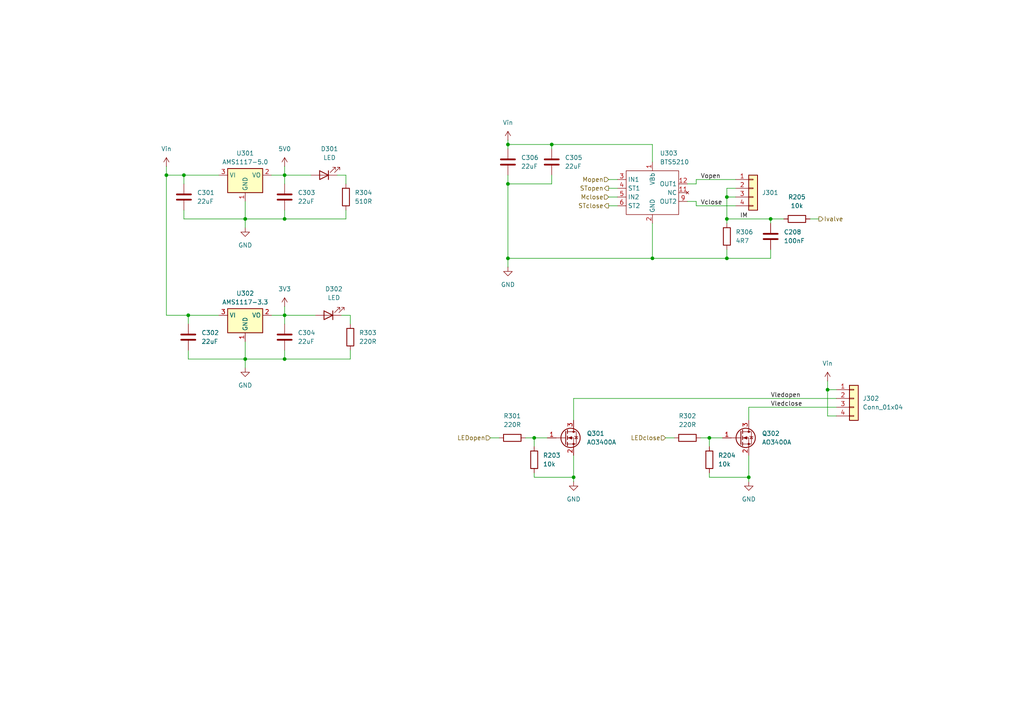
<source format=kicad_sch>
(kicad_sch (version 20250114) (generator "eeschema") (generator_version "9.0")
  (paper "A4")
  (lib_symbols
    (symbol "Connector_Generic:Conn_01x04" (pin_names (offset 1.016) (hide yes))
      (property "Reference" "J" (at 0 5.08 0))
      (property "Value" "Conn_01x04" (at 0 -7.62 0))
      (symbol "Conn_01x04_1_1"
        (rectangle (start -1.27 3.81) (end 1.27 -6.35) (stroke (width 0.254)) (fill (type background)))
        (rectangle (start -1.27 2.667) (end 0 2.413) (stroke (width 0.1524)))
        (rectangle (start -1.27 0.127) (end 0 -0.127) (stroke (width 0.1524)))
        (rectangle (start -1.27 -2.413) (end 0 -2.667) (stroke (width 0.1524)))
        (rectangle (start -1.27 -4.953) (end 0 -5.207) (stroke (width 0.1524)))
        (pin passive line (at -5.08 2.54 0) (length 3.81) (name "Pin_1") (number "1"))
        (pin passive line (at -5.08 0 0) (length 3.81) (name "Pin_2") (number "2"))
        (pin passive line (at -5.08 -2.54 0) (length 3.81) (name "Pin_3") (number "3"))
        (pin passive line (at -5.08 -5.08 0) (length 3.81) (name "Pin_4") (number "4"))
      )
    )
    (symbol "Device:C" (pin_numbers (hide yes)) (pin_names (offset 0.254))
      (property "Reference" "C" (at 0.635 2.54 0))
      (property "Value" "C" (at 0.635 -2.54 0))
      (symbol "C_0_1"
        (polyline (pts (xy -2.032 0.762) (xy 2.032 0.762)) (stroke (width 0.508)))
        (polyline (pts (xy -2.032 -0.762) (xy 2.032 -0.762)) (stroke (width 0.508)))
      )
      (symbol "C_1_1"
        (pin passive line (at 0 3.81 270) (length 2.794) (name "~") (number "1"))
        (pin passive line (at 0 -3.81 90) (length 2.794) (name "~") (number "2"))
      )
    )
    (symbol "Device:LED" (pin_numbers (hide yes)) (pin_names (offset 1.016) (hide yes))
      (property "Reference" "D" (at 0 2.54 0))
      (property "Value" "LED" (at 0 -2.54 0))
      (symbol "LED_0_1"
        (polyline (pts (xy -3.048 -0.762) (xy -4.572 -2.286) (xy -3.81 -2.286) (xy -4.572 -2.286) (xy -4.572 -1.524)))
        (polyline (pts (xy -1.778 -0.762) (xy -3.302 -2.286) (xy -2.54 -2.286) (xy -3.302 -2.286) (xy -3.302 -1.524)))
        (polyline (pts (xy -1.27 0) (xy 1.27 0)))
        (polyline (pts (xy -1.27 -1.27) (xy -1.27 1.27)) (stroke (width 0.254)))
        (polyline (pts (xy 1.27 -1.27) (xy 1.27 1.27) (xy -1.27 0) (xy 1.27 -1.27)) (stroke (width 0.254)))
      )
      (symbol "LED_1_1"
        (pin passive line (at -3.81 0 0) (length 2.54) (name "K") (number "1"))
        (pin passive line (at 3.81 0 180) (length 2.54) (name "A") (number "2"))
      )
    )
    (symbol "Device:R" (pin_numbers (hide yes)) (pin_names (offset 0))
      (property "Reference" "R" (at 2.032 0 90))
      (property "Value" "R" (at 0 0 90))
      (symbol "R_0_1"
        (rectangle (start -1.016 -2.54) (end 1.016 2.54) (stroke (width 0.254)))
      )
      (symbol "R_1_1"
        (pin passive line (at 0 3.81 270) (length 1.27) (name "~") (number "1"))
        (pin passive line (at 0 -3.81 90) (length 1.27) (name "~") (number "2"))
      )
    )
    (symbol "Project:BTS5210"
      (property "Reference" "U" (at 1.27 7.62 0))
      (property "Value" "BTS5210" (at 0 0 0))
      (symbol "BTS5210_0_1"
        (rectangle (start -7.62 6.35) (end 7.62 -6.35))
      )
      (symbol "BTS5210_1_1"
        (pin input line (at -10.16 3.81 0) (length 2.54) (name "IN1") (number "3"))
        (pin output line (at -10.16 1.27 0) (length 2.54) (name "ST1") (number "4"))
        (pin input line (at -10.16 -1.27 0) (length 2.54) (name "IN2") (number "5"))
        (pin output line (at -10.16 -3.81 0) (length 2.54) (name "ST2") (number "6"))
        (pin power_in line (at 0 8.89 270) (length 2.54) (name "VBb") (number "1"))
        (pin power_in line (at 0 8.89 270) (length 2.54) (hide yes) (name "VBb") (number "14"))
        (pin power_in line (at 0 8.89 270) (length 2.54) (hide yes) (name "VBb") (number "7"))
        (pin power_in line (at 0 8.89 270) (length 2.54) (hide yes) (name "VBb") (number "8"))
        (pin power_in line (at 0 -8.89 90) (length 2.54) (name "GND") (number "2"))
        (pin power_out line (at 10.16 2.54 180) (length 2.54) (name "OUT1") (number "12"))
        (pin power_out line (at 10.16 2.54 180) (length 2.54) (hide yes) (name "OUT1") (number "13"))
        (pin no_connect line (at 10.16 0 180) (length 2.54) (name "NC") (number "11"))
        (pin power_out line (at 10.16 -2.54 180) (length 2.54) (hide yes) (name "OUT2") (number "10"))
        (pin power_out line (at 10.16 -2.54 180) (length 2.54) (name "OUT2") (number "9"))
      )
    )
    (symbol "Regulator_Linear:AMS1117-3.3"
      (property "Reference" "U" (at -3.81 3.175 0))
      (property "Value" "AMS1117-3.3" (at 0 3.175 0))
      (symbol "AMS1117-3.3_0_1"
        (rectangle (start -5.08 -5.08) (end 5.08 1.905) (stroke (width 0.254)) (fill (type background)))
      )
      (symbol "AMS1117-3.3_1_1"
        (pin power_in line (at -7.62 0 0) (length 2.54) (name "VI") (number "3"))
        (pin power_in line (at 0 -7.62 90) (length 2.54) (name "GND") (number "1"))
        (pin power_out line (at 7.62 0 180) (length 2.54) (name "VO") (number "2"))
      )
    )
    (symbol "Regulator_Linear:AMS1117-5.0"
      (property "Reference" "U" (at -3.81 3.175 0))
      (property "Value" "AMS1117-5.0" (at 0 3.175 0))
      (symbol "AMS1117-5.0_0_1"
        (rectangle (start -5.08 -5.08) (end 5.08 1.905) (stroke (width 0.254)) (fill (type background)))
      )
      (symbol "AMS1117-5.0_1_1"
        (pin power_in line (at -7.62 0 0) (length 2.54) (name "VI") (number "3"))
        (pin power_in line (at 0 -7.62 90) (length 2.54) (name "GND") (number "1"))
        (pin power_out line (at 7.62 0 180) (length 2.54) (name "VO") (number "2"))
      )
    )
    (symbol "Transistor_FET:AO3400A" (pin_names (hide yes))
      (property "Reference" "Q" (at 5.08 1.905 0))
      (property "Value" "AO3400A" (at 5.08 0 0))
      (symbol "AO3400A_0_1"
        (polyline (pts (xy 0.254 1.905) (xy 0.254 -1.905)) (stroke (width 0.254)))
        (polyline (pts (xy 0.254 0) (xy -2.54 0)))
        (polyline (pts (xy 0.762 2.286) (xy 0.762 1.27)) (stroke (width 0.254)))
        (polyline (pts (xy 0.762 0.508) (xy 0.762 -0.508)) (stroke (width 0.254)))
        (polyline (pts (xy 0.762 -1.27) (xy 0.762 -2.286)) (stroke (width 0.254)))
        (polyline (pts (xy 0.762 -1.778) (xy 3.302 -1.778) (xy 3.302 1.778) (xy 0.762 1.778)))
        (polyline (pts (xy 1.016 0) (xy 2.032 0.381) (xy 2.032 -0.381) (xy 1.016 0)) (fill (type outline)))
        (circle (center 1.651 0) (radius 2.794) (stroke (width 0.254)))
        (polyline (pts (xy 2.54 2.54) (xy 2.54 1.778)))
        (circle (center 2.54 1.778) (radius 0.254) (fill (type outline)))
        (circle (center 2.54 -1.778) (radius 0.254) (fill (type outline)))
        (polyline (pts (xy 2.54 -2.54) (xy 2.54 0) (xy 0.762 0)))
        (polyline (pts (xy 2.794 0.508) (xy 2.921 0.381) (xy 3.683 0.381) (xy 3.81 0.254)))
        (polyline (pts (xy 3.302 0.381) (xy 2.921 -0.254) (xy 3.683 -0.254) (xy 3.302 0.381)))
      )
      (symbol "AO3400A_1_1"
        (pin input line (at -5.08 0 0) (length 2.54) (name "G") (number "1"))
        (pin passive line (at 2.54 5.08 270) (length 2.54) (name "D") (number "3"))
        (pin passive line (at 2.54 -5.08 90) (length 2.54) (name "S") (number "2"))
      )
    )
    (symbol "power:+5C" (power) (pin_numbers (hide yes)) (pin_names (offset 0) (hide yes))
      (property "Value" "+5C" (at 0 3.556 0))
      (symbol "+5C_0_1"
        (polyline (pts (xy -0.762 1.27) (xy 0 2.54)))
        (polyline (pts (xy 0 2.54) (xy 0.762 1.27)))
        (polyline (pts (xy 0 0) (xy 0 2.54)))
      )
      (symbol "+5C_1_1"
        (pin power_in line (at 0 0 90) (length 0) (name "~") (number "1"))
      )
    )
    (symbol "power:GND" (power) (pin_numbers (hide yes)) (pin_names (offset 0) (hide yes))
      (property "Value" "GND" (at 0 -3.81 0))
      (symbol "GND_0_1"
        (polyline (pts (xy 0 0) (xy 0 -1.27) (xy 1.27 -1.27) (xy 0 -2.54) (xy -1.27 -1.27) (xy 0 -1.27)))
      )
      (symbol "GND_1_1"
        (pin power_in line (at 0 0 270) (length 0) (name "~") (number "1"))
      )
    )
    (symbol "power:VDD" (power) (pin_numbers (hide yes)) (pin_names (offset 0) (hide yes))
      (property "Value" "VDD" (at 0 3.556 0))
      (symbol "VDD_0_1"
        (polyline (pts (xy -0.762 1.27) (xy 0 2.54)))
        (polyline (pts (xy 0 2.54) (xy 0.762 1.27)))
        (polyline (pts (xy 0 0) (xy 0 2.54)))
      )
      (symbol "VDD_1_1"
        (pin power_in line (at 0 0 90) (length 0) (name "~") (number "1"))
      )
    )
  )
  (junction (at 48.26 50.8))
  (junction (at 223.52 63.5))
  (junction (at 82.55 50.8))
  (junction (at 210.82 57.15))
  (junction (at 53.34 50.8))
  (junction (at 147.32 74.93))
  (junction (at 54.61 91.44))
  (junction (at 147.32 53.34))
  (junction (at 82.55 63.5))
  (junction (at 205.74 127))
  (junction (at 189.23 74.93))
  (junction (at 166.37 138.43))
  (junction (at 82.55 91.44))
  (junction (at 210.82 63.5))
  (junction (at 160.02 41.91))
  (junction (at 154.94 127))
  (junction (at 71.12 104.14))
  (junction (at 82.55 104.14))
  (junction (at 71.12 63.5))
  (junction (at 147.32 41.91))
  (junction (at 210.82 74.93))
  (junction (at 240.03 113.03))
  (junction (at 217.17 138.43))
  (wire (pts (xy 152.4 127) (xy 154.94 127)))
  (wire (pts (xy 210.82 74.93) (xy 189.23 74.93)))
  (wire (pts (xy 160.02 50.8) (xy 160.02 53.34)))
  (wire (pts (xy 100.33 50.8) (xy 100.33 53.34)))
  (wire (pts (xy 223.52 74.93) (xy 210.82 74.93)))
  (wire (pts (xy 154.94 127) (xy 158.75 127)))
  (wire (pts (xy 189.23 46.99) (xy 189.23 41.91)))
  (wire (pts (xy 201.93 59.69) (xy 213.36 59.69)))
  (wire (pts (xy 203.2 127) (xy 205.74 127)))
  (wire (pts (xy 210.82 57.15) (xy 213.36 57.15)))
  (wire (pts (xy 147.32 53.34) (xy 147.32 74.93)))
  (wire (pts (xy 160.02 53.34) (xy 147.32 53.34)))
  (wire (pts (xy 53.34 60.96) (xy 53.34 63.5)))
  (wire (pts (xy 53.34 50.8) (xy 63.5 50.8)))
  (wire (pts (xy 166.37 115.57) (xy 242.57 115.57)))
  (wire (pts (xy 205.74 138.43) (xy 217.17 138.43)))
  (wire (pts (xy 147.32 50.8) (xy 147.32 53.34)))
  (wire (pts (xy 193.04 127) (xy 195.58 127)))
  (wire (pts (xy 223.52 63.5) (xy 223.52 64.77)))
  (wire (pts (xy 160.02 43.18) (xy 160.02 41.91)))
  (wire (pts (xy 71.12 63.5) (xy 71.12 66.04)))
  (wire (pts (xy 166.37 121.92) (xy 166.37 115.57)))
  (wire (pts (xy 154.94 137.16) (xy 154.94 138.43)))
  (wire (pts (xy 48.26 91.44) (xy 54.61 91.44)))
  (wire (pts (xy 242.57 120.65) (xy 240.03 120.65)))
  (wire (pts (xy 147.32 41.91) (xy 147.32 43.18)))
  (wire (pts (xy 71.12 63.5) (xy 82.55 63.5)))
  (wire (pts (xy 240.03 120.65) (xy 240.03 113.03)))
  (wire (pts (xy 240.03 110.49) (xy 240.03 113.03)))
  (wire (pts (xy 71.12 99.06) (xy 71.12 104.14)))
  (wire (pts (xy 210.82 63.5) (xy 210.82 64.77)))
  (wire (pts (xy 100.33 60.96) (xy 100.33 63.5)))
  (wire (pts (xy 82.55 91.44) (xy 82.55 93.98)))
  (wire (pts (xy 82.55 50.8) (xy 90.17 50.8)))
  (wire (pts (xy 223.52 63.5) (xy 227.33 63.5)))
  (wire (pts (xy 48.26 50.8) (xy 53.34 50.8)))
  (wire (pts (xy 71.12 104.14) (xy 82.55 104.14)))
  (wire (pts (xy 54.61 91.44) (xy 54.61 93.98)))
  (wire (pts (xy 217.17 138.43) (xy 217.17 139.7)))
  (wire (pts (xy 100.33 63.5) (xy 82.55 63.5)))
  (wire (pts (xy 199.39 53.34) (xy 201.93 53.34)))
  (wire (pts (xy 205.74 127) (xy 205.74 129.54)))
  (wire (pts (xy 240.03 113.03) (xy 242.57 113.03)))
  (wire (pts (xy 217.17 132.08) (xy 217.17 138.43)))
  (wire (pts (xy 82.55 91.44) (xy 91.44 91.44)))
  (wire (pts (xy 199.39 58.42) (xy 201.93 58.42)))
  (wire (pts (xy 176.53 59.69) (xy 179.07 59.69)))
  (wire (pts (xy 142.24 127) (xy 144.78 127)))
  (wire (pts (xy 176.53 52.07) (xy 179.07 52.07)))
  (wire (pts (xy 166.37 138.43) (xy 166.37 139.7)))
  (wire (pts (xy 78.74 50.8) (xy 82.55 50.8)))
  (wire (pts (xy 53.34 53.34) (xy 53.34 50.8)))
  (wire (pts (xy 97.79 50.8) (xy 100.33 50.8)))
  (wire (pts (xy 154.94 127) (xy 154.94 129.54)))
  (wire (pts (xy 48.26 50.8) (xy 48.26 91.44)))
  (wire (pts (xy 210.82 54.61) (xy 210.82 57.15)))
  (wire (pts (xy 201.93 58.42) (xy 201.93 59.69)))
  (wire (pts (xy 223.52 72.39) (xy 223.52 74.93)))
  (wire (pts (xy 82.55 104.14) (xy 82.55 101.6)))
  (wire (pts (xy 189.23 64.77) (xy 189.23 74.93)))
  (wire (pts (xy 99.06 91.44) (xy 101.6 91.44)))
  (wire (pts (xy 201.93 53.34) (xy 201.93 52.07)))
  (wire (pts (xy 101.6 104.14) (xy 82.55 104.14)))
  (wire (pts (xy 210.82 63.5) (xy 223.52 63.5)))
  (wire (pts (xy 82.55 50.8) (xy 82.55 53.34)))
  (wire (pts (xy 82.55 88.9) (xy 82.55 91.44)))
  (wire (pts (xy 53.34 63.5) (xy 71.12 63.5)))
  (wire (pts (xy 71.12 58.42) (xy 71.12 63.5)))
  (wire (pts (xy 234.95 63.5) (xy 237.49 63.5)))
  (wire (pts (xy 176.53 57.15) (xy 179.07 57.15)))
  (wire (pts (xy 101.6 101.6) (xy 101.6 104.14)))
  (wire (pts (xy 217.17 121.92) (xy 217.17 118.11)))
  (wire (pts (xy 154.94 138.43) (xy 166.37 138.43)))
  (wire (pts (xy 166.37 132.08) (xy 166.37 138.43)))
  (wire (pts (xy 82.55 63.5) (xy 82.55 60.96)))
  (wire (pts (xy 82.55 48.26) (xy 82.55 50.8)))
  (wire (pts (xy 160.02 41.91) (xy 147.32 41.91)))
  (wire (pts (xy 48.26 48.26) (xy 48.26 50.8)))
  (wire (pts (xy 205.74 127) (xy 209.55 127)))
  (wire (pts (xy 147.32 77.47) (xy 147.32 74.93)))
  (wire (pts (xy 54.61 101.6) (xy 54.61 104.14)))
  (wire (pts (xy 210.82 57.15) (xy 210.82 63.5)))
  (wire (pts (xy 54.61 104.14) (xy 71.12 104.14)))
  (wire (pts (xy 210.82 72.39) (xy 210.82 74.93)))
  (wire (pts (xy 213.36 54.61) (xy 210.82 54.61)))
  (wire (pts (xy 189.23 74.93) (xy 147.32 74.93)))
  (wire (pts (xy 201.93 52.07) (xy 213.36 52.07)))
  (wire (pts (xy 147.32 40.64) (xy 147.32 41.91)))
  (wire (pts (xy 217.17 118.11) (xy 242.57 118.11)))
  (wire (pts (xy 205.74 137.16) (xy 205.74 138.43)))
  (wire (pts (xy 176.53 54.61) (xy 179.07 54.61)))
  (wire (pts (xy 78.74 91.44) (xy 82.55 91.44)))
  (wire (pts (xy 63.5 91.44) (xy 54.61 91.44)))
  (wire (pts (xy 189.23 41.91) (xy 160.02 41.91)))
  (wire (pts (xy 71.12 104.14) (xy 71.12 106.68)))
  (wire (pts (xy 101.6 91.44) (xy 101.6 93.98)))
  (label "Vledopen" (at 223.52 115.57 0))
  (label "IM" (at 214.63 63.5 0))
  (label "Vopen" (at 203.2 52.07 0))
  (label "Vclose" (at 203.2 59.69 0))
  (label "Vledclose" (at 223.52 118.11 0))
  (hierarchical_label "STclose" (shape output) (at 176.53 59.69 180))
  (hierarchical_label "Ivalve" (shape output) (at 237.49 63.5 0))
  (hierarchical_label "Mclose" (shape input) (at 176.53 57.15 180))
  (hierarchical_label "LEDopen" (shape input) (at 142.24 127 180))
  (hierarchical_label "Mopen" (shape input) (at 176.53 52.07 180))
  (hierarchical_label "STopen" (shape output) (at 176.53 54.61 180))
  (hierarchical_label "LEDclose" (shape input) (at 193.04 127 180))
  (symbol (lib_id "Device:C") (at 53.34 57.15 0) (unit 1)
    (property "Reference" "C301" (at 57.15 55.8799 0) (effects (justify left)))
    (property "Value" "22uF" (at 57.15 58.4199 0) (effects (justify left)))
    (property "Footprint" "Capacitor_SMD:C_0805_2012Metric" (effects (hide yes)))
    (property "Description" "Unpolarized capacitor" (effects (hide yes)))
    (property "LCSC" "C45783" (effects (hide yes)))
  )
  (symbol (lib_id "Device:R") (at 101.6 97.79 180) (unit 1)
    (property "Reference" "R303" (at 104.14 96.5199 0) (effects (justify right)))
    (property "Value" "220R" (at 104.14 99.0599 0) (effects (justify right)))
    (property "Footprint" "Resistor_SMD:R_0402_1005Metric" (effects (hide yes)))
    (property "Description" "Resistor" (effects (hide yes)))
    (property "LCSC" "C25091" (effects (hide yes)))
  )
  (symbol (lib_id "Device:R") (at 205.74 133.35 0) (unit 1)
    (property "Reference" "R204" (at 208.28 132.0799 0) (effects (justify left)))
    (property "Value" "10k" (at 208.28 134.6199 0) (effects (justify left)))
    (property "Footprint" "Resistor_SMD:R_0402_1005Metric" (effects (hide yes)))
    (property "Description" "Resistor" (effects (hide yes)))
  )
  (symbol (lib_id "Device:R") (at 154.94 133.35 0) (unit 1)
    (property "Reference" "R203" (at 157.48 132.0799 0) (effects (justify left)))
    (property "Value" "10k" (at 157.48 134.6199 0) (effects (justify left)))
    (property "Footprint" "Resistor_SMD:R_0402_1005Metric" (effects (hide yes)))
    (property "Description" "Resistor" (effects (hide yes)))
  )
  (symbol (lib_id "Connector_Generic:Conn_01x04") (at 247.65 115.57 0) (unit 1)
    (property "Reference" "J302" (at 250.19 115.5699 0) (effects (justify left)))
    (property "Value" "Conn_01x04" (at 250.19 118.1099 0) (effects (justify left)))
    (property "Footprint" "Connector_JST:JST_PH_B4B-PH-K_1x04_P2.00mm_Vertical" (effects (hide yes)))
    (property "Description" "Generic connector, single row, 01x04, script generated (kicad-library-utils/schlib/autogen/connector/)" (effects (hide yes)))
  )
  (symbol (lib_id "power:GND") (at 166.37 139.7 0) (unit 1)
    (property "Reference" "#PWR0308" (effects (hide yes)))
    (property "Value" "GND" (at 166.37 144.78 0))
    (property "Description" "Power symbol creates a global label with name \"GND\" , ground" (effects (hide yes)))
  )
  (symbol (lib_id "Project:BTS5210") (at 189.23 55.88 0) (unit 1)
    (property "Reference" "U303" (at 191.3733 44.45 0) (effects (justify left)))
    (property "Value" "BTS5210" (at 191.3733 46.99 0) (effects (justify left)))
    (property "Footprint" "Package_SO:SOIC-14_3.9x8.7mm_P1.27mm" (effects (hide yes)))
  )
  (symbol (lib_id "Device:C") (at 82.55 57.15 0) (unit 1)
    (property "Reference" "C303" (at 86.36 55.8799 0) (effects (justify left)))
    (property "Value" "22uF" (at 86.36 58.4199 0) (effects (justify left)))
    (property "Footprint" "Capacitor_SMD:C_0805_2012Metric" (effects (hide yes)))
    (property "Description" "Unpolarized capacitor" (effects (hide yes)))
    (property "LCSC" "C45783" (effects (hide yes)))
  )
  (symbol (lib_id "power:GND") (at 217.17 139.7 0) (unit 1)
    (property "Reference" "#PWR0310" (effects (hide yes)))
    (property "Value" "GND" (at 217.17 144.78 0))
    (property "Description" "Power symbol creates a global label with name \"GND\" , ground" (effects (hide yes)))
  )
  (symbol (lib_id "Regulator_Linear:AMS1117-3.3") (at 71.12 91.44 0) (unit 1)
    (property "Reference" "U302" (at 71.12 85.09 0))
    (property "Value" "AMS1117-3.3" (at 71.12 87.63 0))
    (property "Footprint" "Package_TO_SOT_SMD:SOT-223-3_TabPin2" (effects (hide yes)))
    (property "Datasheet" "http://www.advanced-monolithic.com/pdf/ds1117.pdf" (effects (hide yes)))
    (property "Description" "1A Low Dropout regulator, positive, 3.3V fixed output, SOT-223" (effects (hide yes)))
    (property "LCSC" "C6186" (effects (hide yes)))
  )
  (symbol (lib_id "Device:R") (at 100.33 57.15 180) (unit 1)
    (property "Reference" "R304" (at 102.87 55.8799 0) (effects (justify right)))
    (property "Value" "510R" (at 102.87 58.4199 0) (effects (justify right)))
    (property "Footprint" "Resistor_SMD:R_0402_1005Metric" (effects (hide yes)))
    (property "Description" "Resistor" (effects (hide yes)))
    (property "LCSC" "C25123" (effects (hide yes)))
  )
  (symbol (lib_id "Device:R") (at 210.82 68.58 0) (unit 1)
    (property "Reference" "R306" (at 213.36 67.3099 0) (effects (justify left)))
    (property "Value" "4R7" (at 213.36 69.8499 0) (effects (justify left)))
    (property "Footprint" "Resistor_SMD:R_0805_2012Metric" (effects (hide yes)))
    (property "Description" "Resistor" (effects (hide yes)))
    (property "LCSC" "C17675" (effects (hide yes)))
  )
  (symbol (lib_id "power:VDD") (at 82.55 88.9 0) (unit 1)
    (property "Reference" "#PWR0305" (effects (hide yes)))
    (property "Value" "3V3" (at 82.55 83.82 0))
    (property "Description" "Power symbol creates a global label with name \"VDD\"" (effects (hide yes)))
  )
  (symbol (lib_id "power:GND") (at 71.12 66.04 0) (unit 1)
    (property "Reference" "#PWR0302" (effects (hide yes)))
    (property "Value" "GND" (at 71.12 71.12 0))
    (property "Description" "Power symbol creates a global label with name \"GND\" , ground" (effects (hide yes)))
  )
  (symbol (lib_id "Device:C") (at 223.52 68.58 0) (unit 1)
    (property "Reference" "C208" (at 227.33 67.3099 0) (effects (justify left)))
    (property "Value" "100nF" (at 227.33 69.8499 0) (effects (justify left)))
    (property "Footprint" "Capacitor_SMD:C_0402_1005Metric" (effects (hide yes)))
    (property "Description" "Unpolarized capacitor" (effects (hide yes)))
    (property "LCSC" "C1525" (effects (hide yes)))
  )
  (symbol (lib_id "power:+5C") (at 82.55 48.26 0) (unit 1)
    (property "Reference" "#PWR0304" (effects (hide yes)))
    (property "Value" "5V0" (at 82.55 43.18 0))
    (property "Description" "Power symbol creates a global label with name \"+5C\"" (effects (hide yes)))
  )
  (symbol (lib_id "power:VDD") (at 147.32 40.64 0) (unit 1)
    (property "Reference" "#PWR0306" (effects (hide yes)))
    (property "Value" "Vin" (at 147.32 35.56 0))
    (property "Description" "Power symbol creates a global label with name \"VDD\"" (effects (hide yes)))
  )
  (symbol (lib_id "power:VDD") (at 48.26 48.26 0) (unit 1)
    (property "Reference" "#PWR0301" (effects (hide yes)))
    (property "Value" "Vin" (at 48.26 43.18 0))
    (property "Description" "Power symbol creates a global label with name \"VDD\"" (effects (hide yes)))
  )
  (symbol (lib_id "Device:C") (at 160.02 46.99 0) (unit 1)
    (property "Reference" "C305" (at 163.83 45.7199 0) (effects (justify left)))
    (property "Value" "22uF" (at 163.83 48.2599 0) (effects (justify left)))
    (property "Footprint" "Capacitor_SMD:C_0805_2012Metric" (effects (hide yes)))
    (property "Description" "Unpolarized capacitor" (effects (hide yes)))
    (property "LCSC" "C45783" (effects (hide yes)))
  )
  (symbol (lib_id "Device:R") (at 231.14 63.5 270) (unit 1)
    (property "Reference" "R205" (at 231.14 57.15 90))
    (property "Value" "10k" (at 231.14 59.69 90))
    (property "Footprint" "Resistor_SMD:R_0402_1005Metric" (effects (hide yes)))
    (property "Description" "Resistor" (effects (hide yes)))
  )
  (symbol (lib_id "power:GND") (at 147.32 77.47 0) (unit 1)
    (property "Reference" "#PWR0307" (effects (hide yes)))
    (property "Value" "GND" (at 147.32 82.55 0))
    (property "Description" "Power symbol creates a global label with name \"GND\" , ground" (effects (hide yes)))
  )
  (symbol (lib_id "Regulator_Linear:AMS1117-5.0") (at 71.12 50.8 0) (unit 1)
    (property "Reference" "U301" (at 71.12 44.45 0))
    (property "Value" "AMS1117-5.0" (at 71.12 46.99 0))
    (property "Footprint" "Package_TO_SOT_SMD:SOT-223-3_TabPin2" (effects (hide yes)))
    (property "Datasheet" "http://www.advanced-monolithic.com/pdf/ds1117.pdf" (effects (hide yes)))
    (property "Description" "1A Low Dropout regulator, positive, 5.0V fixed output, SOT-223" (effects (hide yes)))
    (property "LCSC" "C6187" (effects (hide yes)))
  )
  (symbol (lib_id "Transistor_FET:AO3400A") (at 163.83 127 0) (unit 1)
    (property "Reference" "Q301" (at 170.18 125.7299 0) (effects (justify left)))
    (property "Value" "AO3400A" (at 170.18 128.2699 0) (effects (justify left)))
    (property "Footprint" "Package_TO_SOT_SMD:SOT-23" (effects (hide yes)))
    (property "Datasheet" "http://www.aosmd.com/pdfs/datasheet/AO3400A.pdf" (effects (hide yes)))
    (property "Description" "30V Vds, 5.7A Id, N-Channel MOSFET, SOT-23" (effects (hide yes)))
  )
  (symbol (lib_id "Device:C") (at 147.32 46.99 0) (unit 1)
    (property "Reference" "C306" (at 151.13 45.7199 0) (effects (justify left)))
    (property "Value" "22uF" (at 151.13 48.2599 0) (effects (justify left)))
    (property "Footprint" "Capacitor_SMD:C_0805_2012Metric" (effects (hide yes)))
    (property "Description" "Unpolarized capacitor" (effects (hide yes)))
    (property "LCSC" "C45783" (effects (hide yes)))
  )
  (symbol (lib_id "power:GND") (at 71.12 106.68 0) (unit 1)
    (property "Reference" "#PWR0303" (effects (hide yes)))
    (property "Value" "GND" (at 71.12 111.76 0))
    (property "Description" "Power symbol creates a global label with name \"GND\" , ground" (effects (hide yes)))
  )
  (symbol (lib_id "Device:R") (at 148.59 127 90) (unit 1)
    (property "Reference" "R301" (at 148.59 120.65 90))
    (property "Value" "220R" (at 148.59 123.19 90))
    (property "Footprint" "Resistor_SMD:R_0402_1005Metric" (effects (hide yes)))
    (property "Description" "Resistor" (effects (hide yes)))
    (property "LCSC" "C25091" (effects (hide yes)))
  )
  (symbol (lib_id "Device:C") (at 82.55 97.79 0) (unit 1)
    (property "Reference" "C304" (at 86.36 96.5199 0) (effects (justify left)))
    (property "Value" "22uF" (at 86.36 99.0599 0) (effects (justify left)))
    (property "Footprint" "Capacitor_SMD:C_0805_2012Metric" (effects (hide yes)))
    (property "Description" "Unpolarized capacitor" (effects (hide yes)))
    (property "LCSC" "C45783" (effects (hide yes)))
  )
  (symbol (lib_id "Device:LED") (at 93.98 50.8 180) (unit 1)
    (property "Reference" "D301" (at 95.5675 43.18 0))
    (property "Value" "LED" (at 95.5675 45.72 0))
    (property "Footprint" "LED_SMD:LED_0603_1608Metric" (effects (hide yes)))
    (property "Description" "Light emitting diode" (effects (hide yes)))
    (property "Sim.Pins" "1=K 2=A" (effects (hide yes)))
    (property "LCSC" "C2286" (effects (hide yes)))
  )
  (symbol (lib_id "Transistor_FET:AO3400A") (at 214.63 127 0) (unit 1)
    (property "Reference" "Q302" (at 220.98 125.7299 0) (effects (justify left)))
    (property "Value" "AO3400A" (at 220.98 128.2699 0) (effects (justify left)))
    (property "Footprint" "Package_TO_SOT_SMD:SOT-23" (effects (hide yes)))
    (property "Datasheet" "http://www.aosmd.com/pdfs/datasheet/AO3400A.pdf" (effects (hide yes)))
    (property "Description" "30V Vds, 5.7A Id, N-Channel MOSFET, SOT-23" (effects (hide yes)))
  )
  (symbol (lib_id "power:VDD") (at 240.03 110.49 0) (unit 1)
    (property "Reference" "#PWR0309" (effects (hide yes)))
    (property "Value" "Vin" (at 240.03 105.41 0))
    (property "Description" "Power symbol creates a global label with name \"VDD\"" (effects (hide yes)))
  )
  (symbol (lib_id "Device:LED") (at 95.25 91.44 180) (unit 1)
    (property "Reference" "D302" (at 96.8375 83.82 0))
    (property "Value" "LED" (at 96.8375 86.36 0))
    (property "Footprint" "LED_SMD:LED_0603_1608Metric" (effects (hide yes)))
    (property "Description" "Light emitting diode" (effects (hide yes)))
    (property "Sim.Pins" "1=K 2=A" (effects (hide yes)))
    (property "LCSC" "C2286" (effects (hide yes)))
  )
  (symbol (lib_id "Device:C") (at 54.61 97.79 0) (unit 1)
    (property "Reference" "C302" (at 58.42 96.5199 0) (effects (justify left)))
    (property "Value" "22uF" (at 58.42 99.0599 0) (effects (justify left)))
    (property "Footprint" "Capacitor_SMD:C_0805_2012Metric" (effects (hide yes)))
    (property "Description" "Unpolarized capacitor" (effects (hide yes)))
    (property "LCSC" "C45783" (effects (hide yes)))
  )
  (symbol (lib_id "Connector_Generic:Conn_01x04") (at 218.44 54.61 0) (unit 1)
    (property "Reference" "J301" (at 220.98 55.8799 0) (effects (justify left)))
    (property "Value" "Conn_01x04" (effects (hide yes)))
    (property "Footprint" "Connector_JST:JST_PH_B4B-PH-K_1x04_P2.00mm_Vertical" (effects (hide yes)))
    (property "Description" "Generic connector, single row, 01x04, script generated (kicad-library-utils/schlib/autogen/connector/)" (effects (hide yes)))
  )
  (symbol (lib_id "Device:R") (at 199.39 127 90) (unit 1)
    (property "Reference" "R302" (at 199.39 120.65 90))
    (property "Value" "220R" (at 199.39 123.19 90))
    (property "Footprint" "Resistor_SMD:R_0402_1005Metric" (effects (hide yes)))
    (property "Description" "Resistor" (effects (hide yes)))
    (property "LCSC" "C25091" (effects (hide yes)))
  )
)
</source>
